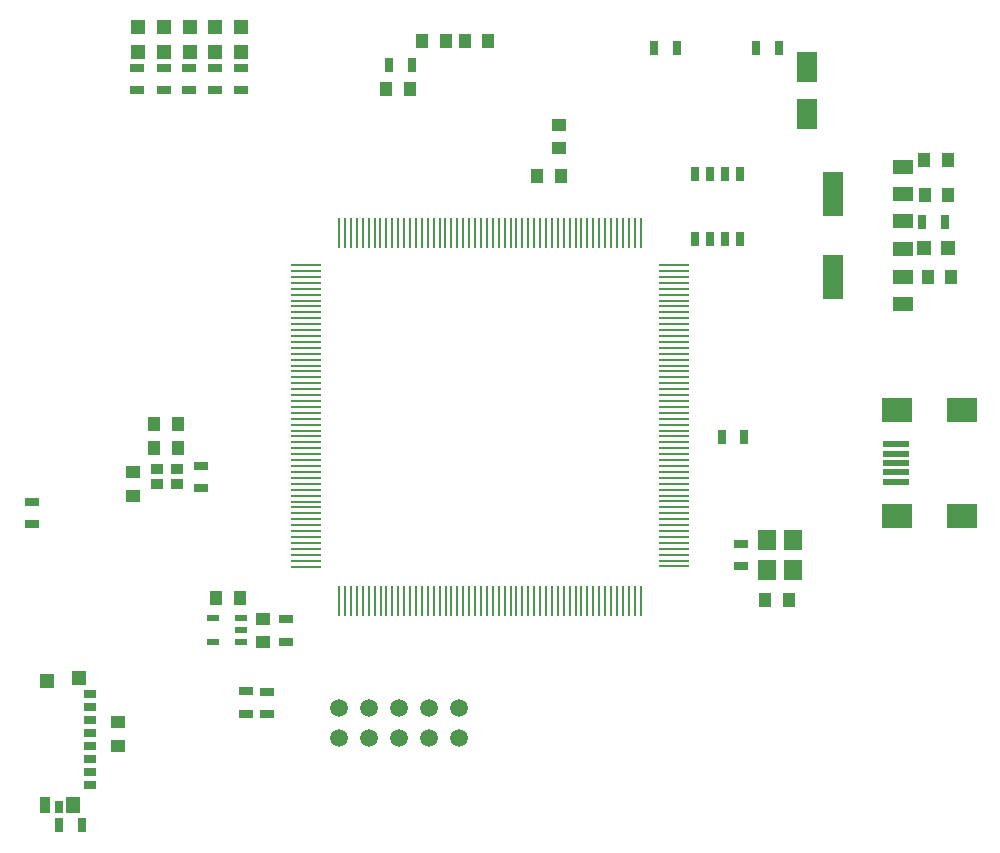
<source format=gtp>
%TF.GenerationSoftware,KiCad,Pcbnew,0.201506262353+5832~23~ubuntu14.04.1-product*%
%TF.CreationDate,2015-07-01T01:08:02-03:00*%
%TF.JobID,BoardRZA1,426F617264525A41312E6B696361645F,rev?*%
%TF.FileFunction,Paste,Top*%
%FSLAX46Y46*%
G04 Gerber Fmt 4.6, Leading zero omitted, Abs format (unit mm)*
G04 Created by KiCad (PCBNEW 0.201506262353+5832~23~ubuntu14.04.1-product) date mié 01 jul 2015 01:08:02 ART*
%MOMM*%
G01*
G04 APERTURE LIST*
%ADD10C,0.100000*%
%ADD11R,1.000000X0.700000*%
%ADD12R,1.200000X1.150000*%
%ADD13R,1.200000X1.400000*%
%ADD14R,0.700000X1.000000*%
%ADD15R,0.900000X1.400000*%
%ADD16R,0.700000X1.300000*%
%ADD17R,2.301240X0.500380*%
%ADD18R,2.499360X1.998980*%
%ADD19R,1.198880X1.198880*%
%ADD20R,1.800860X2.499360*%
%ADD21C,1.506220*%
%ADD22R,0.254000X2.540000*%
%ADD23R,2.540000X0.254000*%
%ADD24R,1.100000X0.900000*%
%ADD25R,1.500000X1.700000*%
%ADD26R,1.000000X0.600000*%
%ADD27R,1.800860X1.300480*%
%ADD28R,1.800860X3.799840*%
%ADD29R,1.250000X1.000000*%
%ADD30R,1.000000X1.250000*%
%ADD31R,1.300000X0.700000*%
G04 APERTURE END LIST*
D10*
D11*
X44272200Y-83396000D03*
X44272200Y-82296000D03*
X44272200Y-81196000D03*
X44272200Y-80096000D03*
X44272200Y-78996000D03*
X44272200Y-77896000D03*
X44272200Y-76796000D03*
X44272200Y-84496000D03*
D12*
X43322200Y-75396000D03*
X40622200Y-75696000D03*
D13*
X42772200Y-86146000D03*
D14*
X41622200Y-86346000D03*
D15*
X40482200Y-86146000D03*
D16*
X99300000Y-32725000D03*
X98030000Y-32725000D03*
X96760000Y-32725000D03*
X95490000Y-32725000D03*
X95490000Y-38225000D03*
X96760000Y-38225000D03*
X98030000Y-38225000D03*
X99300000Y-38225000D03*
D17*
X112477740Y-58813700D03*
X112477740Y-58013600D03*
X112477740Y-57213500D03*
X112477740Y-56413400D03*
X112477740Y-55613300D03*
D18*
X112576800Y-61663580D03*
X118075900Y-61663580D03*
X112576800Y-52763420D03*
X118075900Y-52763420D03*
D19*
X57049998Y-22374020D03*
X57049998Y-20275980D03*
X54866398Y-22374020D03*
X54866398Y-20275980D03*
X52683799Y-22374020D03*
X52683799Y-20275980D03*
X50519449Y-22374020D03*
X50519449Y-20275980D03*
D20*
X104950000Y-23701020D03*
X104950000Y-27698980D03*
D19*
X116924020Y-39000000D03*
X114825980Y-39000000D03*
D21*
X75501500Y-77978000D03*
X75501500Y-80518000D03*
X72961500Y-77978000D03*
X72961500Y-80518000D03*
X70421500Y-77978000D03*
X70421500Y-80518000D03*
X67881500Y-77978000D03*
X67881500Y-80518000D03*
X65341500Y-77978000D03*
X65341500Y-80518000D03*
D22*
X90863420Y-37719000D03*
X90363040Y-37719000D03*
X89862660Y-37719000D03*
X89362280Y-37719000D03*
X88861900Y-37719000D03*
X88361520Y-37719000D03*
X87861140Y-37719000D03*
X87360760Y-37719000D03*
X86860380Y-37719000D03*
X86360000Y-37719000D03*
X85859620Y-37719000D03*
X85359240Y-37719000D03*
X84858860Y-37719000D03*
X84358480Y-37719000D03*
X83858100Y-37719000D03*
X83357720Y-37719000D03*
X82857340Y-37719000D03*
X82356960Y-37719000D03*
X81856580Y-37719000D03*
X81356200Y-37719000D03*
X80855820Y-37719000D03*
X80355440Y-37719000D03*
X79855060Y-37719000D03*
X79354680Y-37719000D03*
X78854300Y-37719000D03*
X78353920Y-37719000D03*
X77853540Y-37719000D03*
X77353160Y-37719000D03*
X76852780Y-37719000D03*
X76352400Y-37719000D03*
X75852020Y-37719000D03*
X75351640Y-37719000D03*
X74851260Y-37719000D03*
X74350880Y-37719000D03*
X73850500Y-37719000D03*
X73350120Y-37719000D03*
X72849740Y-37719000D03*
X72349360Y-37719000D03*
X71848980Y-37719000D03*
X71348600Y-37719000D03*
X70848220Y-37719000D03*
X70347840Y-37719000D03*
X69847460Y-37719000D03*
X69347080Y-37719000D03*
X68846700Y-37719000D03*
X68346320Y-37719000D03*
X67845940Y-37719000D03*
X67345560Y-37719000D03*
X66845180Y-37719000D03*
X66344800Y-37719000D03*
X65844420Y-37719000D03*
X65344040Y-37719000D03*
D23*
X62534800Y-40454580D03*
X62534800Y-40954960D03*
X62534800Y-41455340D03*
X62534800Y-41955720D03*
X62534800Y-42456100D03*
X62534800Y-42956480D03*
X62534800Y-43456860D03*
X62534800Y-43957240D03*
X62534800Y-44457620D03*
X62534800Y-44958000D03*
X62534800Y-45458380D03*
X62534800Y-45958760D03*
X62534800Y-46459140D03*
X62534800Y-46959520D03*
X62534800Y-47459900D03*
X62534800Y-47960280D03*
X62534800Y-48460660D03*
X62534800Y-48961040D03*
X62534800Y-49461420D03*
X62534800Y-49961800D03*
X62534800Y-50462180D03*
X62534800Y-50962560D03*
X62534800Y-51462940D03*
X62534800Y-51963320D03*
X62534800Y-52463700D03*
X62534800Y-52964080D03*
X62534800Y-53464460D03*
X62534800Y-53964840D03*
X62534800Y-54465220D03*
X62534800Y-54965600D03*
X62534800Y-55465980D03*
X62534800Y-55966360D03*
X62534800Y-56466740D03*
X62534800Y-56967120D03*
X62534800Y-57467500D03*
X62534800Y-57967880D03*
X62534800Y-58468260D03*
X62534800Y-58968640D03*
X62534800Y-59469020D03*
X62534800Y-59969400D03*
X62534800Y-60469780D03*
X62534800Y-60970160D03*
X62534800Y-61470540D03*
X62534800Y-61970920D03*
X62534800Y-62471300D03*
X62534800Y-62971680D03*
X62534800Y-63472060D03*
X62534800Y-63972440D03*
X62534800Y-64472820D03*
X62534800Y-64973200D03*
X62534800Y-65473580D03*
X62534800Y-65973960D03*
D22*
X65346580Y-68910200D03*
X65846960Y-68910200D03*
X66347340Y-68910200D03*
X66847720Y-68910200D03*
X67348100Y-68910200D03*
X67848480Y-68910200D03*
X68348860Y-68910200D03*
X68849240Y-68910200D03*
X69349620Y-68910200D03*
X69850000Y-68910200D03*
X70350380Y-68910200D03*
X70850760Y-68910200D03*
X71351140Y-68910200D03*
X71851520Y-68910200D03*
X72351900Y-68910200D03*
X72852280Y-68910200D03*
X73352660Y-68910200D03*
X73853040Y-68910200D03*
X74353420Y-68910200D03*
X74853800Y-68910200D03*
X75354180Y-68910200D03*
X75854560Y-68910200D03*
X76354940Y-68910200D03*
X76855320Y-68910200D03*
X77355700Y-68910200D03*
X77856080Y-68910200D03*
X78356460Y-68910200D03*
X78856840Y-68910200D03*
X79357220Y-68910200D03*
X79857600Y-68910200D03*
X80357980Y-68910200D03*
X80858360Y-68910200D03*
X81358740Y-68910200D03*
X81859120Y-68910200D03*
X82359500Y-68910200D03*
X82859880Y-68910200D03*
X83360260Y-68910200D03*
X83860640Y-68910200D03*
X84361020Y-68910200D03*
X84861400Y-68910200D03*
X85361780Y-68910200D03*
X85862160Y-68910200D03*
X86362540Y-68910200D03*
X86862920Y-68910200D03*
X87363300Y-68910200D03*
X87863680Y-68910200D03*
X88364060Y-68910200D03*
X88864440Y-68910200D03*
X89364820Y-68910200D03*
X89865200Y-68910200D03*
X90365580Y-68910200D03*
X90865960Y-68910200D03*
D23*
X93726000Y-65971420D03*
X93726000Y-65471040D03*
X93726000Y-64970660D03*
X93726000Y-64470280D03*
X93726000Y-63969900D03*
X93726000Y-63469520D03*
X93726000Y-62969140D03*
X93726000Y-62468760D03*
X93726000Y-61968380D03*
X93726000Y-61468000D03*
X93726000Y-60967620D03*
X93726000Y-60467240D03*
X93726000Y-59966860D03*
X93726000Y-59466480D03*
X93726000Y-58966100D03*
X93726000Y-58465720D03*
X93726000Y-57965340D03*
X93726000Y-57464960D03*
X93726000Y-56964580D03*
X93726000Y-56464200D03*
X93726000Y-55963820D03*
X93726000Y-55463440D03*
X93726000Y-54963060D03*
X93726000Y-54462680D03*
X93726000Y-53962300D03*
X93726000Y-53461920D03*
X93726000Y-52961540D03*
X93726000Y-52461160D03*
X93726000Y-51960780D03*
X93726000Y-51460400D03*
X93726000Y-50960020D03*
X93726000Y-50459640D03*
X93726000Y-49959260D03*
X93726000Y-49458880D03*
X93726000Y-48958500D03*
X93726000Y-48458120D03*
X93726000Y-47957740D03*
X93726000Y-47457360D03*
X93726000Y-46956980D03*
X93726000Y-46456600D03*
X93726000Y-45956220D03*
X93726000Y-45455840D03*
X93726000Y-44955460D03*
X93726000Y-44455080D03*
X93726000Y-43954700D03*
X93726000Y-43454320D03*
X93726000Y-42953940D03*
X93726000Y-42453560D03*
X93726000Y-41953180D03*
X93726000Y-41452800D03*
X93726000Y-40952420D03*
X93726000Y-40452040D03*
D24*
X49925000Y-59000000D03*
X51625000Y-59000000D03*
X51625000Y-57700000D03*
X49925000Y-57700000D03*
D25*
X103779500Y-66230500D03*
X103779500Y-63690500D03*
X101579500Y-63690500D03*
X101579500Y-66230500D03*
D26*
X57069000Y-72332500D03*
X57069000Y-71342500D03*
X57069000Y-70352500D03*
X54669000Y-70352500D03*
X54669000Y-72332500D03*
D19*
X48275000Y-22374020D03*
X48275000Y-20275980D03*
D27*
X113124740Y-36726240D03*
X113124740Y-34425000D03*
X113124740Y-32123760D03*
D28*
X107125260Y-34425000D03*
D27*
X113124740Y-43726240D03*
X113124740Y-41425000D03*
X113124740Y-39123760D03*
D28*
X107125260Y-41425000D03*
D29*
X47900000Y-57975000D03*
X47900000Y-59975000D03*
D30*
X101400000Y-68850000D03*
X103400000Y-68850000D03*
X49698000Y-55907400D03*
X51698000Y-55907400D03*
X49700000Y-53900000D03*
X51700000Y-53900000D03*
D29*
X46634400Y-81137000D03*
X46634400Y-79137000D03*
D30*
X114900000Y-31575000D03*
X116900000Y-31575000D03*
X115161311Y-41450000D03*
X117161311Y-41450000D03*
X114925000Y-34525000D03*
X116925000Y-34525000D03*
X54919000Y-68642500D03*
X56919000Y-68642500D03*
D29*
X58919000Y-70392500D03*
X58919000Y-72392500D03*
D30*
X84100000Y-32900000D03*
X82100000Y-32900000D03*
D29*
X84000000Y-28575000D03*
X84000000Y-30575000D03*
D30*
X69350000Y-25550000D03*
X71350000Y-25550000D03*
X75975000Y-21500000D03*
X77975000Y-21500000D03*
X74375000Y-21500000D03*
X72375000Y-21500000D03*
D16*
X99625000Y-54975000D03*
X97725000Y-54975000D03*
D31*
X53675000Y-57425000D03*
X53675000Y-59325000D03*
X99374300Y-64054000D03*
X99374300Y-65954000D03*
D16*
X43545800Y-87858600D03*
X41645800Y-87858600D03*
D31*
X60869000Y-72342500D03*
X60869000Y-70442500D03*
D16*
X71500000Y-23546875D03*
X69600000Y-23546875D03*
D31*
X57480200Y-76545400D03*
X57480200Y-78445400D03*
X59207400Y-76570800D03*
X59207400Y-78470800D03*
X48250000Y-25625000D03*
X48250000Y-23725000D03*
X39300000Y-60475000D03*
X39300000Y-62375000D03*
D16*
X102550000Y-22098000D03*
X100650000Y-22098000D03*
X92014000Y-22098000D03*
X93914000Y-22098000D03*
D31*
X57049997Y-25625000D03*
X57049997Y-23725000D03*
X54843450Y-25625000D03*
X54843450Y-23725000D03*
X52672915Y-25625000D03*
X52672915Y-23725000D03*
X50527380Y-25625000D03*
X50527380Y-23725000D03*
D16*
X114725000Y-36775000D03*
X116625000Y-36775000D03*
M02*

</source>
